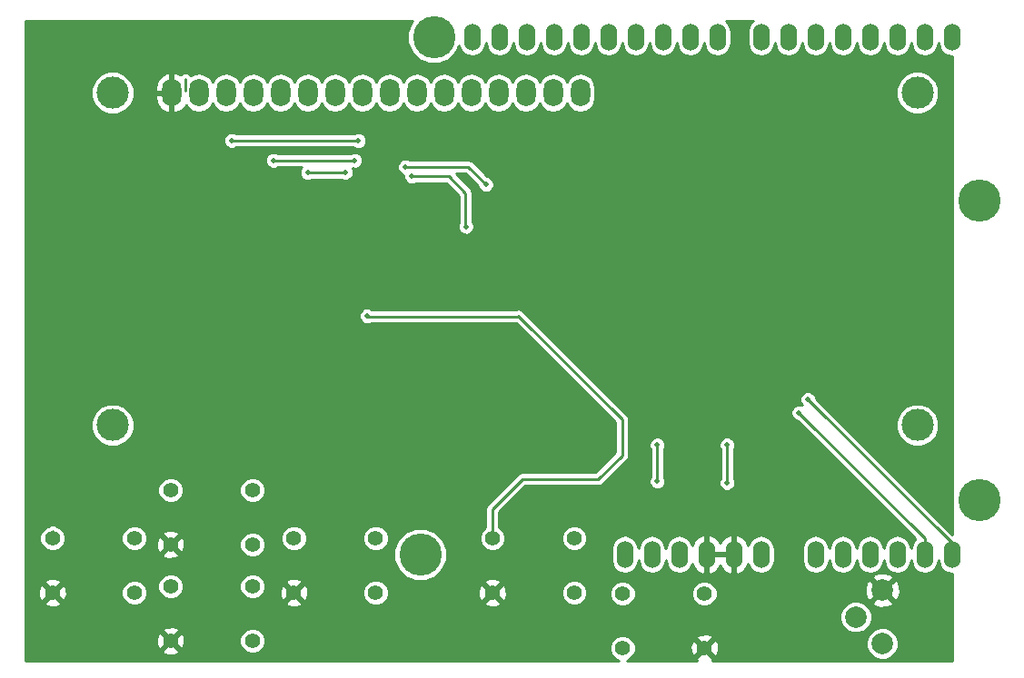
<source format=gtl>
%FSLAX34Y34*%
G04 Gerber Fmt 3.4, Leading zero omitted, Abs format*
G04 (created by PCBNEW (2014-05-22 BZR 4885)-product) date Tue 27 May 2014 09:52:33 PM EST*
%MOIN*%
G01*
G70*
G90*
G04 APERTURE LIST*
%ADD10C,0.003937*%
%ADD11C,0.078740*%
%ADD12O,0.060000X0.100000*%
%ADD13C,0.155000*%
%ADD14C,0.055000*%
%ADD15O,0.070866X0.102362*%
%ADD16C,0.118110*%
%ADD17C,0.020000*%
%ADD18C,0.010000*%
G04 APERTURE END LIST*
G54D10*
G54D11*
X76196Y-54250D03*
X77180Y-53265D03*
X77180Y-55234D03*
G54D12*
X79724Y-51952D03*
X78724Y-51952D03*
X77724Y-51952D03*
X74724Y-51952D03*
X75724Y-51952D03*
X76724Y-51952D03*
X72724Y-51952D03*
X71724Y-51952D03*
X70724Y-51952D03*
X68724Y-51952D03*
X67724Y-51952D03*
X79724Y-32952D03*
X78724Y-32952D03*
X77724Y-32952D03*
X76724Y-32952D03*
X75724Y-32952D03*
X74724Y-32952D03*
X73724Y-32952D03*
X72724Y-32952D03*
X71124Y-32952D03*
X70124Y-32952D03*
X69124Y-32952D03*
X68124Y-32952D03*
X67124Y-32952D03*
X66124Y-32952D03*
X65124Y-32952D03*
X64124Y-32952D03*
X69724Y-51952D03*
G54D13*
X80724Y-49952D03*
X80724Y-38952D03*
X60724Y-32952D03*
X60224Y-51952D03*
G54D12*
X63124Y-32952D03*
X62124Y-32952D03*
G54D14*
X49728Y-51362D03*
X49728Y-53362D03*
X46728Y-51362D03*
X46728Y-53362D03*
X54059Y-49590D03*
X54059Y-51590D03*
X51059Y-49590D03*
X51059Y-51590D03*
X54059Y-53133D03*
X54059Y-55133D03*
X51059Y-53133D03*
X51059Y-55133D03*
X58586Y-51362D03*
X58586Y-53362D03*
X55586Y-51362D03*
X55586Y-53362D03*
X65870Y-51362D03*
X65870Y-53362D03*
X62870Y-51362D03*
X62870Y-53362D03*
X67650Y-55400D03*
X67650Y-53400D03*
X70650Y-55400D03*
X70650Y-53400D03*
G54D15*
X51100Y-35000D03*
X52100Y-35000D03*
X53100Y-35000D03*
X54100Y-35000D03*
X55100Y-35000D03*
X56100Y-35000D03*
X57100Y-35000D03*
X58100Y-35000D03*
X59100Y-35000D03*
X60100Y-35000D03*
X61100Y-35000D03*
X62100Y-35000D03*
X63100Y-35000D03*
X64100Y-35000D03*
X65100Y-35000D03*
X66100Y-35000D03*
G54D16*
X48935Y-35000D03*
X48935Y-47205D03*
X78462Y-47205D03*
X78462Y-35000D03*
G54D17*
X71480Y-49320D03*
X71480Y-47940D03*
X68920Y-49270D03*
X68920Y-47940D03*
X53300Y-36750D03*
X57954Y-36764D03*
X57480Y-37920D03*
X56090Y-37930D03*
X57820Y-37480D03*
X54830Y-37480D03*
X58930Y-37950D03*
X59570Y-40740D03*
X59910Y-38070D03*
X61890Y-39910D03*
X74118Y-46750D03*
X58280Y-43200D03*
X62630Y-38370D03*
X59680Y-37720D03*
X74448Y-46266D03*
G54D18*
X71480Y-49320D02*
X71480Y-47940D01*
X68920Y-47940D02*
X68920Y-49270D01*
X51606Y-34940D02*
X51606Y-34503D01*
X57940Y-36750D02*
X53300Y-36750D01*
X57954Y-36764D02*
X57940Y-36750D01*
X56090Y-37930D02*
X57470Y-37930D01*
X57470Y-37930D02*
X57480Y-37920D01*
X57820Y-37480D02*
X54830Y-37480D01*
X61270Y-38070D02*
X59910Y-38070D01*
X61880Y-38680D02*
X61270Y-38070D01*
X61880Y-39900D02*
X61880Y-38680D01*
X61890Y-39910D02*
X61880Y-39900D01*
X74118Y-46750D02*
X78724Y-51356D01*
X78724Y-51356D02*
X78724Y-51952D01*
X63840Y-43210D02*
X58290Y-43210D01*
X58290Y-43210D02*
X58280Y-43200D01*
X62870Y-50279D02*
X63960Y-49190D01*
X63960Y-49190D02*
X66750Y-49190D01*
X66750Y-49190D02*
X67630Y-48310D01*
X67630Y-48310D02*
X67630Y-47000D01*
X67630Y-47000D02*
X63840Y-43210D01*
X63840Y-43210D02*
X63820Y-43190D01*
X62870Y-51362D02*
X62870Y-50279D01*
X46728Y-51362D02*
X46728Y-51103D01*
X62630Y-38370D02*
X61980Y-37720D01*
X61980Y-37720D02*
X59680Y-37720D01*
X79724Y-51542D02*
X79724Y-51952D01*
X74448Y-46266D02*
X79724Y-51542D01*
G36*
X79750Y-55850D02*
X77828Y-55850D01*
X77828Y-53369D01*
X77818Y-53113D01*
X77739Y-52921D01*
X77634Y-52882D01*
X77563Y-52953D01*
X77563Y-52811D01*
X77524Y-52706D01*
X77284Y-52617D01*
X77028Y-52627D01*
X76836Y-52706D01*
X76797Y-52811D01*
X77180Y-53195D01*
X77563Y-52811D01*
X77563Y-52953D01*
X77250Y-53265D01*
X77634Y-53648D01*
X77739Y-53609D01*
X77828Y-53369D01*
X77828Y-55850D01*
X77774Y-55850D01*
X77774Y-55116D01*
X77683Y-54898D01*
X77563Y-54777D01*
X77563Y-53719D01*
X77180Y-53336D01*
X77109Y-53407D01*
X77109Y-53265D01*
X76726Y-52882D01*
X76621Y-52921D01*
X76532Y-53161D01*
X76541Y-53417D01*
X76621Y-53609D01*
X76726Y-53648D01*
X77109Y-53265D01*
X77109Y-53407D01*
X76797Y-53719D01*
X76836Y-53824D01*
X77076Y-53913D01*
X77332Y-53904D01*
X77524Y-53824D01*
X77563Y-53719D01*
X77563Y-54777D01*
X77516Y-54731D01*
X77298Y-54640D01*
X77062Y-54640D01*
X76844Y-54730D01*
X76789Y-54785D01*
X76789Y-54132D01*
X76699Y-53914D01*
X76532Y-53746D01*
X76314Y-53656D01*
X76078Y-53656D01*
X75860Y-53746D01*
X75692Y-53913D01*
X75602Y-54131D01*
X75602Y-54367D01*
X75692Y-54585D01*
X75859Y-54753D01*
X76077Y-54843D01*
X76313Y-54843D01*
X76531Y-54753D01*
X76699Y-54586D01*
X76789Y-54368D01*
X76789Y-54132D01*
X76789Y-54785D01*
X76677Y-54897D01*
X76586Y-55115D01*
X76586Y-55351D01*
X76676Y-55570D01*
X76843Y-55737D01*
X77061Y-55827D01*
X77297Y-55828D01*
X77516Y-55737D01*
X77683Y-55570D01*
X77773Y-55352D01*
X77774Y-55116D01*
X77774Y-55850D01*
X73224Y-55850D01*
X73224Y-52166D01*
X73224Y-51739D01*
X73186Y-51547D01*
X73077Y-51385D01*
X72915Y-51277D01*
X72724Y-51239D01*
X72533Y-51277D01*
X72370Y-51385D01*
X72262Y-51547D01*
X72248Y-51616D01*
X72213Y-51496D01*
X72077Y-51328D01*
X71888Y-51225D01*
X71859Y-51219D01*
X71780Y-51264D01*
X71780Y-49260D01*
X71734Y-49150D01*
X71730Y-49145D01*
X71730Y-48114D01*
X71734Y-48110D01*
X71779Y-47999D01*
X71780Y-47880D01*
X71734Y-47770D01*
X71650Y-47685D01*
X71539Y-47640D01*
X71420Y-47639D01*
X71310Y-47685D01*
X71225Y-47769D01*
X71180Y-47880D01*
X71179Y-47999D01*
X71225Y-48109D01*
X71230Y-48114D01*
X71230Y-49145D01*
X71225Y-49149D01*
X71180Y-49260D01*
X71179Y-49379D01*
X71225Y-49489D01*
X71309Y-49574D01*
X71420Y-49619D01*
X71539Y-49620D01*
X71649Y-49574D01*
X71734Y-49490D01*
X71779Y-49379D01*
X71780Y-49260D01*
X71780Y-51264D01*
X71774Y-51267D01*
X71774Y-51902D01*
X71782Y-51902D01*
X71782Y-52002D01*
X71774Y-52002D01*
X71774Y-52637D01*
X71859Y-52685D01*
X71888Y-52680D01*
X72077Y-52577D01*
X72213Y-52409D01*
X72248Y-52289D01*
X72262Y-52357D01*
X72370Y-52520D01*
X72533Y-52628D01*
X72724Y-52666D01*
X72915Y-52628D01*
X73077Y-52520D01*
X73186Y-52357D01*
X73224Y-52166D01*
X73224Y-55850D01*
X71674Y-55850D01*
X71674Y-52637D01*
X71674Y-52002D01*
X71674Y-51902D01*
X71674Y-51267D01*
X71589Y-51219D01*
X71560Y-51225D01*
X71370Y-51328D01*
X71235Y-51496D01*
X71224Y-51533D01*
X71213Y-51496D01*
X71077Y-51328D01*
X70888Y-51225D01*
X70859Y-51219D01*
X70774Y-51267D01*
X70774Y-51902D01*
X71174Y-51902D01*
X71274Y-51902D01*
X71674Y-51902D01*
X71674Y-52002D01*
X71274Y-52002D01*
X71174Y-52002D01*
X70774Y-52002D01*
X70774Y-52637D01*
X70859Y-52685D01*
X70888Y-52680D01*
X71077Y-52577D01*
X71213Y-52409D01*
X71224Y-52372D01*
X71235Y-52409D01*
X71370Y-52577D01*
X71560Y-52680D01*
X71589Y-52685D01*
X71674Y-52637D01*
X71674Y-55850D01*
X71179Y-55850D01*
X71179Y-55475D01*
X71168Y-55267D01*
X71125Y-55162D01*
X71125Y-53305D01*
X71052Y-53131D01*
X70919Y-52997D01*
X70744Y-52925D01*
X70674Y-52925D01*
X70674Y-52637D01*
X70674Y-52002D01*
X70666Y-52002D01*
X70666Y-51902D01*
X70674Y-51902D01*
X70674Y-51267D01*
X70589Y-51219D01*
X70560Y-51225D01*
X70370Y-51328D01*
X70235Y-51496D01*
X70199Y-51616D01*
X70186Y-51547D01*
X70077Y-51385D01*
X69915Y-51277D01*
X69724Y-51239D01*
X69533Y-51277D01*
X69370Y-51385D01*
X69262Y-51547D01*
X69224Y-51739D01*
X69220Y-51717D01*
X69220Y-49210D01*
X69174Y-49100D01*
X69170Y-49095D01*
X69170Y-48114D01*
X69174Y-48110D01*
X69219Y-47999D01*
X69220Y-47880D01*
X69174Y-47770D01*
X69090Y-47685D01*
X68979Y-47640D01*
X68860Y-47639D01*
X68750Y-47685D01*
X68665Y-47769D01*
X68620Y-47880D01*
X68619Y-47999D01*
X68665Y-48109D01*
X68670Y-48114D01*
X68670Y-49095D01*
X68665Y-49099D01*
X68620Y-49210D01*
X68619Y-49329D01*
X68665Y-49439D01*
X68749Y-49524D01*
X68860Y-49569D01*
X68979Y-49570D01*
X69089Y-49524D01*
X69174Y-49440D01*
X69219Y-49329D01*
X69220Y-49210D01*
X69220Y-51717D01*
X69186Y-51547D01*
X69077Y-51385D01*
X68915Y-51277D01*
X68724Y-51239D01*
X68533Y-51277D01*
X68370Y-51385D01*
X68262Y-51547D01*
X68224Y-51739D01*
X68186Y-51547D01*
X68077Y-51385D01*
X67915Y-51277D01*
X67880Y-51269D01*
X67880Y-48310D01*
X67880Y-47000D01*
X67860Y-46904D01*
X67860Y-46904D01*
X67806Y-46823D01*
X66654Y-45670D01*
X66654Y-35171D01*
X66654Y-34828D01*
X66612Y-34616D01*
X66491Y-34436D01*
X66312Y-34316D01*
X66100Y-34274D01*
X65887Y-34316D01*
X65708Y-34436D01*
X65600Y-34598D01*
X65491Y-34436D01*
X65312Y-34316D01*
X65100Y-34274D01*
X64887Y-34316D01*
X64708Y-34436D01*
X64600Y-34598D01*
X64491Y-34436D01*
X64312Y-34316D01*
X64100Y-34274D01*
X63887Y-34316D01*
X63708Y-34436D01*
X63600Y-34598D01*
X63491Y-34436D01*
X63312Y-34316D01*
X63100Y-34274D01*
X62887Y-34316D01*
X62708Y-34436D01*
X62600Y-34598D01*
X62491Y-34436D01*
X62312Y-34316D01*
X62100Y-34274D01*
X61887Y-34316D01*
X61708Y-34436D01*
X61600Y-34598D01*
X61491Y-34436D01*
X61312Y-34316D01*
X61100Y-34274D01*
X60887Y-34316D01*
X60708Y-34436D01*
X60600Y-34598D01*
X60491Y-34436D01*
X60312Y-34316D01*
X60100Y-34274D01*
X59887Y-34316D01*
X59708Y-34436D01*
X59600Y-34598D01*
X59491Y-34436D01*
X59312Y-34316D01*
X59100Y-34274D01*
X58887Y-34316D01*
X58708Y-34436D01*
X58600Y-34598D01*
X58491Y-34436D01*
X58312Y-34316D01*
X58100Y-34274D01*
X57887Y-34316D01*
X57708Y-34436D01*
X57600Y-34598D01*
X57491Y-34436D01*
X57312Y-34316D01*
X57100Y-34274D01*
X56887Y-34316D01*
X56708Y-34436D01*
X56600Y-34598D01*
X56491Y-34436D01*
X56312Y-34316D01*
X56100Y-34274D01*
X55887Y-34316D01*
X55708Y-34436D01*
X55600Y-34598D01*
X55491Y-34436D01*
X55312Y-34316D01*
X55100Y-34274D01*
X54887Y-34316D01*
X54708Y-34436D01*
X54600Y-34598D01*
X54491Y-34436D01*
X54312Y-34316D01*
X54100Y-34274D01*
X53887Y-34316D01*
X53708Y-34436D01*
X53600Y-34598D01*
X53491Y-34436D01*
X53312Y-34316D01*
X53100Y-34274D01*
X52887Y-34316D01*
X52708Y-34436D01*
X52600Y-34598D01*
X52491Y-34436D01*
X52312Y-34316D01*
X52100Y-34274D01*
X51887Y-34316D01*
X51810Y-34368D01*
X51783Y-34326D01*
X51701Y-34272D01*
X51606Y-34253D01*
X51510Y-34272D01*
X51429Y-34326D01*
X51420Y-34340D01*
X51285Y-34265D01*
X51243Y-34255D01*
X51150Y-34303D01*
X51150Y-34950D01*
X51157Y-34950D01*
X51157Y-35050D01*
X51150Y-35050D01*
X51150Y-35696D01*
X51243Y-35744D01*
X51285Y-35734D01*
X51491Y-35620D01*
X51629Y-35446D01*
X51708Y-35563D01*
X51887Y-35683D01*
X52100Y-35725D01*
X52312Y-35683D01*
X52491Y-35563D01*
X52600Y-35401D01*
X52708Y-35563D01*
X52887Y-35683D01*
X53100Y-35725D01*
X53312Y-35683D01*
X53491Y-35563D01*
X53600Y-35401D01*
X53708Y-35563D01*
X53887Y-35683D01*
X54100Y-35725D01*
X54312Y-35683D01*
X54491Y-35563D01*
X54600Y-35401D01*
X54708Y-35563D01*
X54887Y-35683D01*
X55100Y-35725D01*
X55312Y-35683D01*
X55491Y-35563D01*
X55600Y-35401D01*
X55708Y-35563D01*
X55887Y-35683D01*
X56100Y-35725D01*
X56312Y-35683D01*
X56491Y-35563D01*
X56600Y-35401D01*
X56708Y-35563D01*
X56887Y-35683D01*
X57100Y-35725D01*
X57312Y-35683D01*
X57491Y-35563D01*
X57600Y-35401D01*
X57708Y-35563D01*
X57887Y-35683D01*
X58100Y-35725D01*
X58312Y-35683D01*
X58491Y-35563D01*
X58600Y-35401D01*
X58708Y-35563D01*
X58887Y-35683D01*
X59100Y-35725D01*
X59312Y-35683D01*
X59491Y-35563D01*
X59600Y-35401D01*
X59708Y-35563D01*
X59887Y-35683D01*
X60100Y-35725D01*
X60312Y-35683D01*
X60491Y-35563D01*
X60600Y-35401D01*
X60708Y-35563D01*
X60887Y-35683D01*
X61100Y-35725D01*
X61312Y-35683D01*
X61491Y-35563D01*
X61600Y-35401D01*
X61708Y-35563D01*
X61887Y-35683D01*
X62100Y-35725D01*
X62312Y-35683D01*
X62491Y-35563D01*
X62600Y-35401D01*
X62708Y-35563D01*
X62887Y-35683D01*
X63100Y-35725D01*
X63312Y-35683D01*
X63491Y-35563D01*
X63600Y-35401D01*
X63708Y-35563D01*
X63887Y-35683D01*
X64100Y-35725D01*
X64312Y-35683D01*
X64491Y-35563D01*
X64600Y-35401D01*
X64708Y-35563D01*
X64887Y-35683D01*
X65100Y-35725D01*
X65312Y-35683D01*
X65491Y-35563D01*
X65600Y-35401D01*
X65708Y-35563D01*
X65887Y-35683D01*
X66100Y-35725D01*
X66312Y-35683D01*
X66491Y-35563D01*
X66612Y-35383D01*
X66654Y-35171D01*
X66654Y-45670D01*
X64016Y-43033D01*
X63996Y-43013D01*
X63915Y-42959D01*
X63820Y-42940D01*
X63724Y-42959D01*
X63722Y-42960D01*
X62930Y-42960D01*
X62930Y-38310D01*
X62884Y-38200D01*
X62800Y-38115D01*
X62689Y-38070D01*
X62683Y-38070D01*
X62156Y-37543D01*
X62075Y-37489D01*
X61980Y-37470D01*
X59854Y-37470D01*
X59850Y-37465D01*
X59739Y-37420D01*
X59620Y-37419D01*
X59510Y-37465D01*
X59425Y-37549D01*
X59380Y-37660D01*
X59379Y-37779D01*
X59425Y-37889D01*
X59509Y-37974D01*
X59610Y-38015D01*
X59609Y-38129D01*
X59655Y-38239D01*
X59739Y-38324D01*
X59850Y-38369D01*
X59969Y-38370D01*
X60079Y-38324D01*
X60084Y-38320D01*
X61166Y-38320D01*
X61630Y-38783D01*
X61630Y-39753D01*
X61590Y-39850D01*
X61589Y-39969D01*
X61635Y-40079D01*
X61719Y-40164D01*
X61830Y-40209D01*
X61949Y-40210D01*
X62059Y-40164D01*
X62144Y-40080D01*
X62189Y-39969D01*
X62190Y-39850D01*
X62144Y-39740D01*
X62130Y-39725D01*
X62130Y-38680D01*
X62110Y-38584D01*
X62110Y-38584D01*
X62089Y-38551D01*
X62056Y-38503D01*
X62056Y-38503D01*
X61523Y-37970D01*
X61876Y-37970D01*
X62329Y-38423D01*
X62329Y-38429D01*
X62375Y-38539D01*
X62459Y-38624D01*
X62570Y-38669D01*
X62689Y-38670D01*
X62799Y-38624D01*
X62884Y-38540D01*
X62929Y-38429D01*
X62930Y-38310D01*
X62930Y-42960D01*
X58464Y-42960D01*
X58450Y-42945D01*
X58339Y-42900D01*
X58254Y-42899D01*
X58254Y-36704D01*
X58208Y-36594D01*
X58124Y-36509D01*
X58013Y-36464D01*
X57894Y-36463D01*
X57807Y-36500D01*
X53474Y-36500D01*
X53470Y-36495D01*
X53359Y-36450D01*
X53240Y-36449D01*
X53130Y-36495D01*
X53045Y-36579D01*
X53000Y-36690D01*
X52999Y-36809D01*
X53045Y-36919D01*
X53129Y-37004D01*
X53240Y-37049D01*
X53359Y-37050D01*
X53469Y-37004D01*
X53474Y-37000D01*
X57765Y-37000D01*
X57783Y-37018D01*
X57894Y-37063D01*
X58013Y-37064D01*
X58123Y-37018D01*
X58208Y-36934D01*
X58253Y-36823D01*
X58254Y-36704D01*
X58254Y-42899D01*
X58220Y-42899D01*
X58120Y-42941D01*
X58120Y-37420D01*
X58074Y-37310D01*
X57990Y-37225D01*
X57879Y-37180D01*
X57760Y-37179D01*
X57650Y-37225D01*
X57645Y-37230D01*
X55004Y-37230D01*
X55000Y-37225D01*
X54889Y-37180D01*
X54770Y-37179D01*
X54660Y-37225D01*
X54575Y-37309D01*
X54530Y-37420D01*
X54529Y-37539D01*
X54575Y-37649D01*
X54659Y-37734D01*
X54770Y-37779D01*
X54889Y-37780D01*
X54999Y-37734D01*
X55004Y-37730D01*
X55865Y-37730D01*
X55835Y-37759D01*
X55790Y-37870D01*
X55789Y-37989D01*
X55835Y-38099D01*
X55919Y-38184D01*
X56030Y-38229D01*
X56149Y-38230D01*
X56259Y-38184D01*
X56264Y-38180D01*
X57323Y-38180D01*
X57420Y-38219D01*
X57539Y-38220D01*
X57649Y-38174D01*
X57734Y-38090D01*
X57779Y-37979D01*
X57780Y-37860D01*
X57743Y-37773D01*
X57760Y-37779D01*
X57879Y-37780D01*
X57989Y-37734D01*
X58074Y-37650D01*
X58119Y-37539D01*
X58120Y-37420D01*
X58120Y-42941D01*
X58110Y-42945D01*
X58025Y-43029D01*
X57980Y-43140D01*
X57979Y-43259D01*
X58025Y-43369D01*
X58109Y-43454D01*
X58220Y-43499D01*
X58339Y-43500D01*
X58436Y-43460D01*
X63736Y-43460D01*
X67380Y-47103D01*
X67380Y-48206D01*
X66646Y-48940D01*
X63960Y-48940D01*
X63864Y-48959D01*
X63783Y-49013D01*
X62693Y-50103D01*
X62639Y-50184D01*
X62620Y-50279D01*
X62620Y-50951D01*
X62601Y-50959D01*
X62467Y-51092D01*
X62395Y-51267D01*
X62394Y-51456D01*
X62467Y-51630D01*
X62600Y-51764D01*
X62775Y-51837D01*
X62964Y-51837D01*
X63138Y-51765D01*
X63272Y-51631D01*
X63344Y-51457D01*
X63345Y-51268D01*
X63272Y-51093D01*
X63139Y-50959D01*
X63120Y-50951D01*
X63120Y-50383D01*
X64063Y-49440D01*
X66750Y-49440D01*
X66845Y-49420D01*
X66926Y-49366D01*
X67806Y-48486D01*
X67860Y-48405D01*
X67880Y-48310D01*
X67880Y-51269D01*
X67724Y-51239D01*
X67533Y-51277D01*
X67370Y-51385D01*
X67262Y-51547D01*
X67224Y-51739D01*
X67224Y-52166D01*
X67262Y-52357D01*
X67370Y-52520D01*
X67533Y-52628D01*
X67724Y-52666D01*
X67915Y-52628D01*
X68077Y-52520D01*
X68186Y-52357D01*
X68224Y-52166D01*
X68262Y-52357D01*
X68370Y-52520D01*
X68533Y-52628D01*
X68724Y-52666D01*
X68915Y-52628D01*
X69077Y-52520D01*
X69186Y-52357D01*
X69224Y-52166D01*
X69262Y-52357D01*
X69370Y-52520D01*
X69533Y-52628D01*
X69724Y-52666D01*
X69915Y-52628D01*
X70077Y-52520D01*
X70186Y-52357D01*
X70199Y-52289D01*
X70235Y-52409D01*
X70370Y-52577D01*
X70560Y-52680D01*
X70589Y-52685D01*
X70674Y-52637D01*
X70674Y-52925D01*
X70555Y-52924D01*
X70381Y-52997D01*
X70247Y-53130D01*
X70175Y-53305D01*
X70174Y-53494D01*
X70247Y-53668D01*
X70380Y-53802D01*
X70555Y-53874D01*
X70744Y-53875D01*
X70918Y-53802D01*
X71052Y-53669D01*
X71124Y-53494D01*
X71125Y-53305D01*
X71125Y-55162D01*
X71110Y-55127D01*
X71017Y-55102D01*
X70947Y-55173D01*
X70947Y-55032D01*
X70922Y-54939D01*
X70725Y-54870D01*
X70517Y-54881D01*
X70377Y-54939D01*
X70352Y-55032D01*
X70650Y-55329D01*
X70947Y-55032D01*
X70947Y-55173D01*
X70720Y-55400D01*
X71017Y-55697D01*
X71110Y-55672D01*
X71179Y-55475D01*
X71179Y-55850D01*
X70925Y-55850D01*
X70947Y-55767D01*
X70650Y-55470D01*
X70579Y-55541D01*
X70579Y-55400D01*
X70282Y-55102D01*
X70189Y-55127D01*
X70120Y-55324D01*
X70131Y-55532D01*
X70189Y-55672D01*
X70282Y-55697D01*
X70579Y-55400D01*
X70579Y-55541D01*
X70352Y-55767D01*
X70374Y-55850D01*
X67804Y-55850D01*
X67918Y-55802D01*
X68052Y-55669D01*
X68124Y-55494D01*
X68125Y-55305D01*
X68125Y-53305D01*
X68052Y-53131D01*
X67919Y-52997D01*
X67744Y-52925D01*
X67555Y-52924D01*
X67381Y-52997D01*
X67247Y-53130D01*
X67175Y-53305D01*
X67174Y-53494D01*
X67247Y-53668D01*
X67380Y-53802D01*
X67555Y-53874D01*
X67744Y-53875D01*
X67918Y-53802D01*
X68052Y-53669D01*
X68124Y-53494D01*
X68125Y-53305D01*
X68125Y-55305D01*
X68052Y-55131D01*
X67919Y-54997D01*
X67744Y-54925D01*
X67555Y-54924D01*
X67381Y-54997D01*
X67247Y-55130D01*
X67175Y-55305D01*
X67174Y-55494D01*
X67247Y-55668D01*
X67380Y-55802D01*
X67495Y-55850D01*
X66345Y-55850D01*
X66345Y-53268D01*
X66345Y-51268D01*
X66272Y-51093D01*
X66139Y-50959D01*
X65964Y-50887D01*
X65776Y-50887D01*
X65601Y-50959D01*
X65467Y-51092D01*
X65395Y-51267D01*
X65394Y-51456D01*
X65467Y-51630D01*
X65600Y-51764D01*
X65775Y-51837D01*
X65964Y-51837D01*
X66138Y-51765D01*
X66272Y-51631D01*
X66344Y-51457D01*
X66345Y-51268D01*
X66345Y-53268D01*
X66272Y-53093D01*
X66139Y-52959D01*
X65964Y-52887D01*
X65776Y-52887D01*
X65601Y-52959D01*
X65467Y-53092D01*
X65395Y-53267D01*
X65394Y-53456D01*
X65467Y-53630D01*
X65600Y-53764D01*
X65775Y-53837D01*
X65964Y-53837D01*
X66138Y-53765D01*
X66272Y-53631D01*
X66344Y-53457D01*
X66345Y-53268D01*
X66345Y-55850D01*
X63399Y-55850D01*
X63399Y-53438D01*
X63388Y-53229D01*
X63330Y-53089D01*
X63237Y-53065D01*
X63167Y-53135D01*
X63167Y-52994D01*
X63142Y-52901D01*
X62945Y-52832D01*
X62737Y-52843D01*
X62597Y-52901D01*
X62572Y-52994D01*
X62870Y-53291D01*
X63167Y-52994D01*
X63167Y-53135D01*
X62940Y-53362D01*
X63237Y-53659D01*
X63330Y-53635D01*
X63399Y-53438D01*
X63399Y-55850D01*
X63167Y-55850D01*
X63167Y-53729D01*
X62870Y-53432D01*
X62799Y-53503D01*
X62799Y-53362D01*
X62502Y-53065D01*
X62409Y-53089D01*
X62340Y-53286D01*
X62351Y-53494D01*
X62409Y-53635D01*
X62502Y-53659D01*
X62799Y-53362D01*
X62799Y-53503D01*
X62572Y-53729D01*
X62597Y-53822D01*
X62794Y-53892D01*
X63002Y-53880D01*
X63142Y-53822D01*
X63167Y-53729D01*
X63167Y-55850D01*
X61199Y-55850D01*
X61199Y-51759D01*
X61051Y-51401D01*
X60777Y-51126D01*
X60419Y-50977D01*
X60031Y-50977D01*
X59672Y-51125D01*
X59398Y-51399D01*
X59249Y-51757D01*
X59249Y-52145D01*
X59397Y-52504D01*
X59671Y-52778D01*
X60029Y-52927D01*
X60417Y-52927D01*
X60775Y-52779D01*
X61050Y-52505D01*
X61199Y-52147D01*
X61199Y-51759D01*
X61199Y-55850D01*
X59061Y-55850D01*
X59061Y-53268D01*
X59061Y-51268D01*
X58989Y-51093D01*
X58856Y-50959D01*
X58681Y-50887D01*
X58492Y-50887D01*
X58317Y-50959D01*
X58184Y-51092D01*
X58111Y-51267D01*
X58111Y-51456D01*
X58183Y-51630D01*
X58317Y-51764D01*
X58491Y-51837D01*
X58680Y-51837D01*
X58855Y-51765D01*
X58989Y-51631D01*
X59061Y-51457D01*
X59061Y-51268D01*
X59061Y-53268D01*
X58989Y-53093D01*
X58856Y-52959D01*
X58681Y-52887D01*
X58492Y-52887D01*
X58317Y-52959D01*
X58184Y-53092D01*
X58111Y-53267D01*
X58111Y-53456D01*
X58183Y-53630D01*
X58317Y-53764D01*
X58491Y-53837D01*
X58680Y-53837D01*
X58855Y-53765D01*
X58989Y-53631D01*
X59061Y-53457D01*
X59061Y-53268D01*
X59061Y-55850D01*
X56116Y-55850D01*
X56116Y-53438D01*
X56105Y-53229D01*
X56061Y-53124D01*
X56061Y-51268D01*
X55989Y-51093D01*
X55856Y-50959D01*
X55681Y-50887D01*
X55492Y-50887D01*
X55317Y-50959D01*
X55184Y-51092D01*
X55111Y-51267D01*
X55111Y-51456D01*
X55183Y-51630D01*
X55317Y-51764D01*
X55491Y-51837D01*
X55680Y-51837D01*
X55855Y-51765D01*
X55989Y-51631D01*
X56061Y-51457D01*
X56061Y-51268D01*
X56061Y-53124D01*
X56047Y-53089D01*
X55954Y-53065D01*
X55883Y-53135D01*
X55883Y-52994D01*
X55859Y-52901D01*
X55662Y-52832D01*
X55453Y-52843D01*
X55313Y-52901D01*
X55289Y-52994D01*
X55586Y-53291D01*
X55883Y-52994D01*
X55883Y-53135D01*
X55657Y-53362D01*
X55954Y-53659D01*
X56047Y-53635D01*
X56116Y-53438D01*
X56116Y-55850D01*
X55883Y-55850D01*
X55883Y-53729D01*
X55586Y-53432D01*
X55515Y-53503D01*
X55515Y-53362D01*
X55218Y-53065D01*
X55126Y-53089D01*
X55056Y-53286D01*
X55068Y-53494D01*
X55126Y-53635D01*
X55218Y-53659D01*
X55515Y-53362D01*
X55515Y-53503D01*
X55289Y-53729D01*
X55313Y-53822D01*
X55510Y-53892D01*
X55719Y-53880D01*
X55859Y-53822D01*
X55883Y-53729D01*
X55883Y-55850D01*
X54534Y-55850D01*
X54534Y-55039D01*
X54534Y-53039D01*
X54534Y-51496D01*
X54534Y-49496D01*
X54461Y-49321D01*
X54328Y-49188D01*
X54153Y-49115D01*
X53964Y-49115D01*
X53790Y-49187D01*
X53656Y-49321D01*
X53584Y-49495D01*
X53583Y-49684D01*
X53656Y-49859D01*
X53789Y-49993D01*
X53964Y-50065D01*
X54153Y-50065D01*
X54327Y-49993D01*
X54461Y-49859D01*
X54533Y-49685D01*
X54534Y-49496D01*
X54534Y-51496D01*
X54461Y-51321D01*
X54328Y-51188D01*
X54153Y-51115D01*
X53964Y-51115D01*
X53790Y-51187D01*
X53656Y-51321D01*
X53584Y-51495D01*
X53583Y-51684D01*
X53656Y-51859D01*
X53789Y-51993D01*
X53964Y-52065D01*
X54153Y-52065D01*
X54327Y-51993D01*
X54461Y-51859D01*
X54533Y-51685D01*
X54534Y-51496D01*
X54534Y-53039D01*
X54461Y-52865D01*
X54328Y-52731D01*
X54153Y-52658D01*
X53964Y-52658D01*
X53790Y-52730D01*
X53656Y-52864D01*
X53584Y-53038D01*
X53583Y-53227D01*
X53656Y-53402D01*
X53789Y-53536D01*
X53964Y-53608D01*
X54153Y-53608D01*
X54327Y-53536D01*
X54461Y-53403D01*
X54533Y-53228D01*
X54534Y-53039D01*
X54534Y-55039D01*
X54461Y-54865D01*
X54328Y-54731D01*
X54153Y-54658D01*
X53964Y-54658D01*
X53790Y-54730D01*
X53656Y-54864D01*
X53584Y-55038D01*
X53583Y-55227D01*
X53656Y-55402D01*
X53789Y-55536D01*
X53964Y-55608D01*
X54153Y-55608D01*
X54327Y-55536D01*
X54461Y-55403D01*
X54533Y-55228D01*
X54534Y-55039D01*
X54534Y-55850D01*
X51588Y-55850D01*
X51588Y-55209D01*
X51588Y-51666D01*
X51577Y-51457D01*
X51534Y-51352D01*
X51534Y-49496D01*
X51461Y-49321D01*
X51328Y-49188D01*
X51153Y-49115D01*
X51050Y-49115D01*
X51050Y-35696D01*
X51050Y-35050D01*
X51050Y-34950D01*
X51050Y-34303D01*
X50956Y-34255D01*
X50914Y-34265D01*
X50708Y-34379D01*
X50560Y-34565D01*
X50495Y-34792D01*
X50495Y-34950D01*
X51050Y-34950D01*
X51050Y-35050D01*
X50495Y-35050D01*
X50495Y-35207D01*
X50560Y-35434D01*
X50708Y-35620D01*
X50914Y-35734D01*
X50956Y-35744D01*
X51050Y-35696D01*
X51050Y-49115D01*
X50964Y-49115D01*
X50790Y-49187D01*
X50656Y-49321D01*
X50584Y-49495D01*
X50583Y-49684D01*
X50656Y-49859D01*
X50789Y-49993D01*
X50964Y-50065D01*
X51153Y-50065D01*
X51327Y-49993D01*
X51461Y-49859D01*
X51533Y-49685D01*
X51534Y-49496D01*
X51534Y-51352D01*
X51519Y-51317D01*
X51426Y-51293D01*
X51356Y-51364D01*
X51356Y-51222D01*
X51331Y-51130D01*
X51134Y-51060D01*
X50926Y-51071D01*
X50786Y-51130D01*
X50761Y-51222D01*
X51059Y-51519D01*
X51356Y-51222D01*
X51356Y-51364D01*
X51129Y-51590D01*
X51426Y-51887D01*
X51519Y-51863D01*
X51588Y-51666D01*
X51588Y-55209D01*
X51577Y-55001D01*
X51534Y-54896D01*
X51534Y-53039D01*
X51461Y-52865D01*
X51356Y-52759D01*
X51356Y-51958D01*
X51059Y-51661D01*
X50988Y-51731D01*
X50988Y-51590D01*
X50691Y-51293D01*
X50598Y-51317D01*
X50529Y-51514D01*
X50540Y-51723D01*
X50598Y-51863D01*
X50691Y-51887D01*
X50988Y-51590D01*
X50988Y-51731D01*
X50761Y-51958D01*
X50786Y-52051D01*
X50983Y-52120D01*
X51191Y-52109D01*
X51331Y-52051D01*
X51356Y-51958D01*
X51356Y-52759D01*
X51328Y-52731D01*
X51153Y-52658D01*
X50964Y-52658D01*
X50790Y-52730D01*
X50656Y-52864D01*
X50584Y-53038D01*
X50583Y-53227D01*
X50656Y-53402D01*
X50789Y-53536D01*
X50964Y-53608D01*
X51153Y-53608D01*
X51327Y-53536D01*
X51461Y-53403D01*
X51533Y-53228D01*
X51534Y-53039D01*
X51534Y-54896D01*
X51519Y-54861D01*
X51426Y-54836D01*
X51356Y-54907D01*
X51356Y-54766D01*
X51331Y-54673D01*
X51134Y-54603D01*
X50926Y-54615D01*
X50786Y-54673D01*
X50761Y-54766D01*
X51059Y-55063D01*
X51356Y-54766D01*
X51356Y-54907D01*
X51129Y-55133D01*
X51426Y-55430D01*
X51519Y-55406D01*
X51588Y-55209D01*
X51588Y-55850D01*
X51356Y-55850D01*
X51356Y-55501D01*
X51059Y-55204D01*
X50988Y-55275D01*
X50988Y-55133D01*
X50691Y-54836D01*
X50598Y-54861D01*
X50529Y-55058D01*
X50540Y-55266D01*
X50598Y-55406D01*
X50691Y-55430D01*
X50988Y-55133D01*
X50988Y-55275D01*
X50761Y-55501D01*
X50786Y-55594D01*
X50983Y-55663D01*
X51191Y-55652D01*
X51331Y-55594D01*
X51356Y-55501D01*
X51356Y-55850D01*
X50203Y-55850D01*
X50203Y-53268D01*
X50203Y-51268D01*
X50131Y-51093D01*
X49997Y-50959D01*
X49823Y-50887D01*
X49725Y-50887D01*
X49725Y-47048D01*
X49725Y-34843D01*
X49605Y-34552D01*
X49383Y-34330D01*
X49092Y-34209D01*
X48778Y-34209D01*
X48487Y-34329D01*
X48265Y-34551D01*
X48144Y-34842D01*
X48144Y-35156D01*
X48264Y-35447D01*
X48486Y-35669D01*
X48777Y-35790D01*
X49091Y-35790D01*
X49382Y-35670D01*
X49604Y-35448D01*
X49725Y-35157D01*
X49725Y-34843D01*
X49725Y-47048D01*
X49605Y-46757D01*
X49383Y-46535D01*
X49092Y-46414D01*
X48778Y-46414D01*
X48487Y-46534D01*
X48265Y-46756D01*
X48144Y-47047D01*
X48144Y-47361D01*
X48264Y-47652D01*
X48486Y-47874D01*
X48777Y-47995D01*
X49091Y-47995D01*
X49382Y-47875D01*
X49604Y-47653D01*
X49725Y-47362D01*
X49725Y-47048D01*
X49725Y-50887D01*
X49634Y-50887D01*
X49459Y-50959D01*
X49325Y-51092D01*
X49253Y-51267D01*
X49253Y-51456D01*
X49325Y-51630D01*
X49458Y-51764D01*
X49633Y-51837D01*
X49822Y-51837D01*
X49997Y-51765D01*
X50130Y-51631D01*
X50203Y-51457D01*
X50203Y-51268D01*
X50203Y-53268D01*
X50131Y-53093D01*
X49997Y-52959D01*
X49823Y-52887D01*
X49634Y-52887D01*
X49459Y-52959D01*
X49325Y-53092D01*
X49253Y-53267D01*
X49253Y-53456D01*
X49325Y-53630D01*
X49458Y-53764D01*
X49633Y-53837D01*
X49822Y-53837D01*
X49997Y-53765D01*
X50130Y-53631D01*
X50203Y-53457D01*
X50203Y-53268D01*
X50203Y-55850D01*
X47258Y-55850D01*
X47258Y-53438D01*
X47246Y-53229D01*
X47203Y-53124D01*
X47203Y-51268D01*
X47131Y-51093D01*
X46997Y-50959D01*
X46884Y-50912D01*
X46824Y-50872D01*
X46728Y-50853D01*
X46632Y-50872D01*
X46572Y-50912D01*
X46459Y-50959D01*
X46325Y-51092D01*
X46253Y-51267D01*
X46253Y-51456D01*
X46325Y-51630D01*
X46458Y-51764D01*
X46633Y-51837D01*
X46822Y-51837D01*
X46997Y-51765D01*
X47130Y-51631D01*
X47203Y-51457D01*
X47203Y-51268D01*
X47203Y-53124D01*
X47188Y-53089D01*
X47096Y-53065D01*
X47025Y-53135D01*
X47025Y-52994D01*
X47001Y-52901D01*
X46804Y-52832D01*
X46595Y-52843D01*
X46455Y-52901D01*
X46431Y-52994D01*
X46728Y-53291D01*
X47025Y-52994D01*
X47025Y-53135D01*
X46799Y-53362D01*
X47096Y-53659D01*
X47188Y-53635D01*
X47258Y-53438D01*
X47258Y-55850D01*
X47025Y-55850D01*
X47025Y-53729D01*
X46728Y-53432D01*
X46657Y-53503D01*
X46657Y-53362D01*
X46360Y-53065D01*
X46267Y-53089D01*
X46198Y-53286D01*
X46209Y-53494D01*
X46267Y-53635D01*
X46360Y-53659D01*
X46657Y-53362D01*
X46657Y-53503D01*
X46431Y-53729D01*
X46455Y-53822D01*
X46652Y-53892D01*
X46861Y-53880D01*
X47001Y-53822D01*
X47025Y-53729D01*
X47025Y-55850D01*
X45750Y-55850D01*
X45750Y-32350D01*
X59948Y-32350D01*
X59898Y-32399D01*
X59749Y-32757D01*
X59749Y-33145D01*
X59897Y-33504D01*
X60171Y-33778D01*
X60529Y-33927D01*
X60917Y-33927D01*
X61275Y-33779D01*
X61550Y-33505D01*
X61646Y-33275D01*
X61662Y-33357D01*
X61770Y-33520D01*
X61933Y-33628D01*
X62124Y-33666D01*
X62315Y-33628D01*
X62477Y-33520D01*
X62586Y-33357D01*
X62624Y-33166D01*
X62662Y-33357D01*
X62770Y-33520D01*
X62933Y-33628D01*
X63124Y-33666D01*
X63315Y-33628D01*
X63477Y-33520D01*
X63586Y-33357D01*
X63624Y-33166D01*
X63662Y-33357D01*
X63770Y-33520D01*
X63933Y-33628D01*
X64124Y-33666D01*
X64315Y-33628D01*
X64477Y-33520D01*
X64586Y-33357D01*
X64624Y-33166D01*
X64662Y-33357D01*
X64770Y-33520D01*
X64933Y-33628D01*
X65124Y-33666D01*
X65315Y-33628D01*
X65477Y-33520D01*
X65586Y-33357D01*
X65624Y-33166D01*
X65662Y-33357D01*
X65770Y-33520D01*
X65933Y-33628D01*
X66124Y-33666D01*
X66315Y-33628D01*
X66477Y-33520D01*
X66586Y-33357D01*
X66624Y-33166D01*
X66662Y-33357D01*
X66770Y-33520D01*
X66933Y-33628D01*
X67124Y-33666D01*
X67315Y-33628D01*
X67477Y-33520D01*
X67586Y-33357D01*
X67624Y-33166D01*
X67662Y-33357D01*
X67770Y-33520D01*
X67933Y-33628D01*
X68124Y-33666D01*
X68315Y-33628D01*
X68477Y-33520D01*
X68586Y-33357D01*
X68624Y-33166D01*
X68662Y-33357D01*
X68770Y-33520D01*
X68933Y-33628D01*
X69124Y-33666D01*
X69315Y-33628D01*
X69477Y-33520D01*
X69586Y-33357D01*
X69624Y-33166D01*
X69662Y-33357D01*
X69770Y-33520D01*
X69933Y-33628D01*
X70124Y-33666D01*
X70315Y-33628D01*
X70477Y-33520D01*
X70586Y-33357D01*
X70624Y-33166D01*
X70662Y-33357D01*
X70770Y-33520D01*
X70933Y-33628D01*
X71124Y-33666D01*
X71315Y-33628D01*
X71477Y-33520D01*
X71586Y-33357D01*
X71624Y-33166D01*
X71624Y-32739D01*
X71586Y-32547D01*
X71477Y-32385D01*
X71424Y-32350D01*
X72423Y-32350D01*
X72370Y-32385D01*
X72262Y-32547D01*
X72224Y-32739D01*
X72224Y-33166D01*
X72262Y-33357D01*
X72370Y-33520D01*
X72533Y-33628D01*
X72724Y-33666D01*
X72915Y-33628D01*
X73077Y-33520D01*
X73186Y-33357D01*
X73224Y-33166D01*
X73262Y-33357D01*
X73370Y-33520D01*
X73533Y-33628D01*
X73724Y-33666D01*
X73915Y-33628D01*
X74077Y-33520D01*
X74186Y-33357D01*
X74224Y-33166D01*
X74262Y-33357D01*
X74370Y-33520D01*
X74533Y-33628D01*
X74724Y-33666D01*
X74915Y-33628D01*
X75077Y-33520D01*
X75186Y-33357D01*
X75224Y-33166D01*
X75262Y-33357D01*
X75370Y-33520D01*
X75533Y-33628D01*
X75724Y-33666D01*
X75915Y-33628D01*
X76077Y-33520D01*
X76186Y-33357D01*
X76224Y-33166D01*
X76262Y-33357D01*
X76370Y-33520D01*
X76533Y-33628D01*
X76724Y-33666D01*
X76915Y-33628D01*
X77077Y-33520D01*
X77186Y-33357D01*
X77224Y-33166D01*
X77262Y-33357D01*
X77370Y-33520D01*
X77533Y-33628D01*
X77724Y-33666D01*
X77915Y-33628D01*
X78077Y-33520D01*
X78186Y-33357D01*
X78224Y-33166D01*
X78262Y-33357D01*
X78370Y-33520D01*
X78533Y-33628D01*
X78724Y-33666D01*
X78915Y-33628D01*
X79077Y-33520D01*
X79186Y-33357D01*
X79224Y-33166D01*
X79262Y-33357D01*
X79370Y-33520D01*
X79533Y-33628D01*
X79724Y-33666D01*
X79750Y-33661D01*
X79750Y-38756D01*
X79749Y-38757D01*
X79749Y-39145D01*
X79750Y-39147D01*
X79750Y-49756D01*
X79749Y-49757D01*
X79749Y-50145D01*
X79750Y-50147D01*
X79750Y-51214D01*
X79252Y-50717D01*
X79252Y-47048D01*
X79252Y-34843D01*
X79132Y-34552D01*
X78910Y-34330D01*
X78619Y-34209D01*
X78305Y-34209D01*
X78014Y-34329D01*
X77792Y-34551D01*
X77671Y-34842D01*
X77671Y-35156D01*
X77791Y-35447D01*
X78013Y-35669D01*
X78304Y-35790D01*
X78618Y-35790D01*
X78909Y-35670D01*
X79131Y-35448D01*
X79252Y-35157D01*
X79252Y-34843D01*
X79252Y-47048D01*
X79132Y-46757D01*
X78910Y-46535D01*
X78619Y-46414D01*
X78305Y-46414D01*
X78014Y-46534D01*
X77792Y-46756D01*
X77671Y-47047D01*
X77671Y-47361D01*
X77791Y-47652D01*
X78013Y-47874D01*
X78304Y-47995D01*
X78618Y-47995D01*
X78909Y-47875D01*
X79131Y-47653D01*
X79252Y-47362D01*
X79252Y-47048D01*
X79252Y-50717D01*
X74748Y-46212D01*
X74748Y-46206D01*
X74702Y-46096D01*
X74618Y-46011D01*
X74507Y-45966D01*
X74388Y-45965D01*
X74278Y-46011D01*
X74193Y-46095D01*
X74148Y-46206D01*
X74147Y-46325D01*
X74193Y-46435D01*
X74229Y-46471D01*
X74177Y-46450D01*
X74058Y-46449D01*
X73948Y-46495D01*
X73863Y-46579D01*
X73818Y-46690D01*
X73817Y-46809D01*
X73863Y-46919D01*
X73947Y-47004D01*
X74058Y-47049D01*
X74064Y-47049D01*
X78388Y-51373D01*
X78370Y-51385D01*
X78262Y-51547D01*
X78224Y-51739D01*
X78186Y-51547D01*
X78077Y-51385D01*
X77915Y-51277D01*
X77724Y-51239D01*
X77533Y-51277D01*
X77370Y-51385D01*
X77262Y-51547D01*
X77224Y-51739D01*
X77186Y-51547D01*
X77077Y-51385D01*
X76915Y-51277D01*
X76724Y-51239D01*
X76533Y-51277D01*
X76370Y-51385D01*
X76262Y-51547D01*
X76224Y-51739D01*
X76186Y-51547D01*
X76077Y-51385D01*
X75915Y-51277D01*
X75724Y-51239D01*
X75533Y-51277D01*
X75370Y-51385D01*
X75262Y-51547D01*
X75224Y-51739D01*
X75186Y-51547D01*
X75077Y-51385D01*
X74915Y-51277D01*
X74724Y-51239D01*
X74533Y-51277D01*
X74370Y-51385D01*
X74262Y-51547D01*
X74224Y-51739D01*
X74224Y-52166D01*
X74262Y-52357D01*
X74370Y-52520D01*
X74533Y-52628D01*
X74724Y-52666D01*
X74915Y-52628D01*
X75077Y-52520D01*
X75186Y-52357D01*
X75224Y-52166D01*
X75262Y-52357D01*
X75370Y-52520D01*
X75533Y-52628D01*
X75724Y-52666D01*
X75915Y-52628D01*
X76077Y-52520D01*
X76186Y-52357D01*
X76224Y-52166D01*
X76262Y-52357D01*
X76370Y-52520D01*
X76533Y-52628D01*
X76724Y-52666D01*
X76915Y-52628D01*
X77077Y-52520D01*
X77186Y-52357D01*
X77224Y-52166D01*
X77262Y-52357D01*
X77370Y-52520D01*
X77533Y-52628D01*
X77724Y-52666D01*
X77915Y-52628D01*
X78077Y-52520D01*
X78186Y-52357D01*
X78224Y-52166D01*
X78262Y-52357D01*
X78370Y-52520D01*
X78533Y-52628D01*
X78724Y-52666D01*
X78915Y-52628D01*
X79077Y-52520D01*
X79186Y-52357D01*
X79224Y-52166D01*
X79262Y-52357D01*
X79370Y-52520D01*
X79533Y-52628D01*
X79724Y-52666D01*
X79750Y-52661D01*
X79750Y-55850D01*
X79750Y-55850D01*
G37*
X79750Y-55850D02*
X77828Y-55850D01*
X77828Y-53369D01*
X77818Y-53113D01*
X77739Y-52921D01*
X77634Y-52882D01*
X77563Y-52953D01*
X77563Y-52811D01*
X77524Y-52706D01*
X77284Y-52617D01*
X77028Y-52627D01*
X76836Y-52706D01*
X76797Y-52811D01*
X77180Y-53195D01*
X77563Y-52811D01*
X77563Y-52953D01*
X77250Y-53265D01*
X77634Y-53648D01*
X77739Y-53609D01*
X77828Y-53369D01*
X77828Y-55850D01*
X77774Y-55850D01*
X77774Y-55116D01*
X77683Y-54898D01*
X77563Y-54777D01*
X77563Y-53719D01*
X77180Y-53336D01*
X77109Y-53407D01*
X77109Y-53265D01*
X76726Y-52882D01*
X76621Y-52921D01*
X76532Y-53161D01*
X76541Y-53417D01*
X76621Y-53609D01*
X76726Y-53648D01*
X77109Y-53265D01*
X77109Y-53407D01*
X76797Y-53719D01*
X76836Y-53824D01*
X77076Y-53913D01*
X77332Y-53904D01*
X77524Y-53824D01*
X77563Y-53719D01*
X77563Y-54777D01*
X77516Y-54731D01*
X77298Y-54640D01*
X77062Y-54640D01*
X76844Y-54730D01*
X76789Y-54785D01*
X76789Y-54132D01*
X76699Y-53914D01*
X76532Y-53746D01*
X76314Y-53656D01*
X76078Y-53656D01*
X75860Y-53746D01*
X75692Y-53913D01*
X75602Y-54131D01*
X75602Y-54367D01*
X75692Y-54585D01*
X75859Y-54753D01*
X76077Y-54843D01*
X76313Y-54843D01*
X76531Y-54753D01*
X76699Y-54586D01*
X76789Y-54368D01*
X76789Y-54132D01*
X76789Y-54785D01*
X76677Y-54897D01*
X76586Y-55115D01*
X76586Y-55351D01*
X76676Y-55570D01*
X76843Y-55737D01*
X77061Y-55827D01*
X77297Y-55828D01*
X77516Y-55737D01*
X77683Y-55570D01*
X77773Y-55352D01*
X77774Y-55116D01*
X77774Y-55850D01*
X73224Y-55850D01*
X73224Y-52166D01*
X73224Y-51739D01*
X73186Y-51547D01*
X73077Y-51385D01*
X72915Y-51277D01*
X72724Y-51239D01*
X72533Y-51277D01*
X72370Y-51385D01*
X72262Y-51547D01*
X72248Y-51616D01*
X72213Y-51496D01*
X72077Y-51328D01*
X71888Y-51225D01*
X71859Y-51219D01*
X71780Y-51264D01*
X71780Y-49260D01*
X71734Y-49150D01*
X71730Y-49145D01*
X71730Y-48114D01*
X71734Y-48110D01*
X71779Y-47999D01*
X71780Y-47880D01*
X71734Y-47770D01*
X71650Y-47685D01*
X71539Y-47640D01*
X71420Y-47639D01*
X71310Y-47685D01*
X71225Y-47769D01*
X71180Y-47880D01*
X71179Y-47999D01*
X71225Y-48109D01*
X71230Y-48114D01*
X71230Y-49145D01*
X71225Y-49149D01*
X71180Y-49260D01*
X71179Y-49379D01*
X71225Y-49489D01*
X71309Y-49574D01*
X71420Y-49619D01*
X71539Y-49620D01*
X71649Y-49574D01*
X71734Y-49490D01*
X71779Y-49379D01*
X71780Y-49260D01*
X71780Y-51264D01*
X71774Y-51267D01*
X71774Y-51902D01*
X71782Y-51902D01*
X71782Y-52002D01*
X71774Y-52002D01*
X71774Y-52637D01*
X71859Y-52685D01*
X71888Y-52680D01*
X72077Y-52577D01*
X72213Y-52409D01*
X72248Y-52289D01*
X72262Y-52357D01*
X72370Y-52520D01*
X72533Y-52628D01*
X72724Y-52666D01*
X72915Y-52628D01*
X73077Y-52520D01*
X73186Y-52357D01*
X73224Y-52166D01*
X73224Y-55850D01*
X71674Y-55850D01*
X71674Y-52637D01*
X71674Y-52002D01*
X71674Y-51902D01*
X71674Y-51267D01*
X71589Y-51219D01*
X71560Y-51225D01*
X71370Y-51328D01*
X71235Y-51496D01*
X71224Y-51533D01*
X71213Y-51496D01*
X71077Y-51328D01*
X70888Y-51225D01*
X70859Y-51219D01*
X70774Y-51267D01*
X70774Y-51902D01*
X71174Y-51902D01*
X71274Y-51902D01*
X71674Y-51902D01*
X71674Y-52002D01*
X71274Y-52002D01*
X71174Y-52002D01*
X70774Y-52002D01*
X70774Y-52637D01*
X70859Y-52685D01*
X70888Y-52680D01*
X71077Y-52577D01*
X71213Y-52409D01*
X71224Y-52372D01*
X71235Y-52409D01*
X71370Y-52577D01*
X71560Y-52680D01*
X71589Y-52685D01*
X71674Y-52637D01*
X71674Y-55850D01*
X71179Y-55850D01*
X71179Y-55475D01*
X71168Y-55267D01*
X71125Y-55162D01*
X71125Y-53305D01*
X71052Y-53131D01*
X70919Y-52997D01*
X70744Y-52925D01*
X70674Y-52925D01*
X70674Y-52637D01*
X70674Y-52002D01*
X70666Y-52002D01*
X70666Y-51902D01*
X70674Y-51902D01*
X70674Y-51267D01*
X70589Y-51219D01*
X70560Y-51225D01*
X70370Y-51328D01*
X70235Y-51496D01*
X70199Y-51616D01*
X70186Y-51547D01*
X70077Y-51385D01*
X69915Y-51277D01*
X69724Y-51239D01*
X69533Y-51277D01*
X69370Y-51385D01*
X69262Y-51547D01*
X69224Y-51739D01*
X69220Y-51717D01*
X69220Y-49210D01*
X69174Y-49100D01*
X69170Y-49095D01*
X69170Y-48114D01*
X69174Y-48110D01*
X69219Y-47999D01*
X69220Y-47880D01*
X69174Y-47770D01*
X69090Y-47685D01*
X68979Y-47640D01*
X68860Y-47639D01*
X68750Y-47685D01*
X68665Y-47769D01*
X68620Y-47880D01*
X68619Y-47999D01*
X68665Y-48109D01*
X68670Y-48114D01*
X68670Y-49095D01*
X68665Y-49099D01*
X68620Y-49210D01*
X68619Y-49329D01*
X68665Y-49439D01*
X68749Y-49524D01*
X68860Y-49569D01*
X68979Y-49570D01*
X69089Y-49524D01*
X69174Y-49440D01*
X69219Y-49329D01*
X69220Y-49210D01*
X69220Y-51717D01*
X69186Y-51547D01*
X69077Y-51385D01*
X68915Y-51277D01*
X68724Y-51239D01*
X68533Y-51277D01*
X68370Y-51385D01*
X68262Y-51547D01*
X68224Y-51739D01*
X68186Y-51547D01*
X68077Y-51385D01*
X67915Y-51277D01*
X67880Y-51269D01*
X67880Y-48310D01*
X67880Y-47000D01*
X67860Y-46904D01*
X67860Y-46904D01*
X67806Y-46823D01*
X66654Y-45670D01*
X66654Y-35171D01*
X66654Y-34828D01*
X66612Y-34616D01*
X66491Y-34436D01*
X66312Y-34316D01*
X66100Y-34274D01*
X65887Y-34316D01*
X65708Y-34436D01*
X65600Y-34598D01*
X65491Y-34436D01*
X65312Y-34316D01*
X65100Y-34274D01*
X64887Y-34316D01*
X64708Y-34436D01*
X64600Y-34598D01*
X64491Y-34436D01*
X64312Y-34316D01*
X64100Y-34274D01*
X63887Y-34316D01*
X63708Y-34436D01*
X63600Y-34598D01*
X63491Y-34436D01*
X63312Y-34316D01*
X63100Y-34274D01*
X62887Y-34316D01*
X62708Y-34436D01*
X62600Y-34598D01*
X62491Y-34436D01*
X62312Y-34316D01*
X62100Y-34274D01*
X61887Y-34316D01*
X61708Y-34436D01*
X61600Y-34598D01*
X61491Y-34436D01*
X61312Y-34316D01*
X61100Y-34274D01*
X60887Y-34316D01*
X60708Y-34436D01*
X60600Y-34598D01*
X60491Y-34436D01*
X60312Y-34316D01*
X60100Y-34274D01*
X59887Y-34316D01*
X59708Y-34436D01*
X59600Y-34598D01*
X59491Y-34436D01*
X59312Y-34316D01*
X59100Y-34274D01*
X58887Y-34316D01*
X58708Y-34436D01*
X58600Y-34598D01*
X58491Y-34436D01*
X58312Y-34316D01*
X58100Y-34274D01*
X57887Y-34316D01*
X57708Y-34436D01*
X57600Y-34598D01*
X57491Y-34436D01*
X57312Y-34316D01*
X57100Y-34274D01*
X56887Y-34316D01*
X56708Y-34436D01*
X56600Y-34598D01*
X56491Y-34436D01*
X56312Y-34316D01*
X56100Y-34274D01*
X55887Y-34316D01*
X55708Y-34436D01*
X55600Y-34598D01*
X55491Y-34436D01*
X55312Y-34316D01*
X55100Y-34274D01*
X54887Y-34316D01*
X54708Y-34436D01*
X54600Y-34598D01*
X54491Y-34436D01*
X54312Y-34316D01*
X54100Y-34274D01*
X53887Y-34316D01*
X53708Y-34436D01*
X53600Y-34598D01*
X53491Y-34436D01*
X53312Y-34316D01*
X53100Y-34274D01*
X52887Y-34316D01*
X52708Y-34436D01*
X52600Y-34598D01*
X52491Y-34436D01*
X52312Y-34316D01*
X52100Y-34274D01*
X51887Y-34316D01*
X51810Y-34368D01*
X51783Y-34326D01*
X51701Y-34272D01*
X51606Y-34253D01*
X51510Y-34272D01*
X51429Y-34326D01*
X51420Y-34340D01*
X51285Y-34265D01*
X51243Y-34255D01*
X51150Y-34303D01*
X51150Y-34950D01*
X51157Y-34950D01*
X51157Y-35050D01*
X51150Y-35050D01*
X51150Y-35696D01*
X51243Y-35744D01*
X51285Y-35734D01*
X51491Y-35620D01*
X51629Y-35446D01*
X51708Y-35563D01*
X51887Y-35683D01*
X52100Y-35725D01*
X52312Y-35683D01*
X52491Y-35563D01*
X52600Y-35401D01*
X52708Y-35563D01*
X52887Y-35683D01*
X53100Y-35725D01*
X53312Y-35683D01*
X53491Y-35563D01*
X53600Y-35401D01*
X53708Y-35563D01*
X53887Y-35683D01*
X54100Y-35725D01*
X54312Y-35683D01*
X54491Y-35563D01*
X54600Y-35401D01*
X54708Y-35563D01*
X54887Y-35683D01*
X55100Y-35725D01*
X55312Y-35683D01*
X55491Y-35563D01*
X55600Y-35401D01*
X55708Y-35563D01*
X55887Y-35683D01*
X56100Y-35725D01*
X56312Y-35683D01*
X56491Y-35563D01*
X56600Y-35401D01*
X56708Y-35563D01*
X56887Y-35683D01*
X57100Y-35725D01*
X57312Y-35683D01*
X57491Y-35563D01*
X57600Y-35401D01*
X57708Y-35563D01*
X57887Y-35683D01*
X58100Y-35725D01*
X58312Y-35683D01*
X58491Y-35563D01*
X58600Y-35401D01*
X58708Y-35563D01*
X58887Y-35683D01*
X59100Y-35725D01*
X59312Y-35683D01*
X59491Y-35563D01*
X59600Y-35401D01*
X59708Y-35563D01*
X59887Y-35683D01*
X60100Y-35725D01*
X60312Y-35683D01*
X60491Y-35563D01*
X60600Y-35401D01*
X60708Y-35563D01*
X60887Y-35683D01*
X61100Y-35725D01*
X61312Y-35683D01*
X61491Y-35563D01*
X61600Y-35401D01*
X61708Y-35563D01*
X61887Y-35683D01*
X62100Y-35725D01*
X62312Y-35683D01*
X62491Y-35563D01*
X62600Y-35401D01*
X62708Y-35563D01*
X62887Y-35683D01*
X63100Y-35725D01*
X63312Y-35683D01*
X63491Y-35563D01*
X63600Y-35401D01*
X63708Y-35563D01*
X63887Y-35683D01*
X64100Y-35725D01*
X64312Y-35683D01*
X64491Y-35563D01*
X64600Y-35401D01*
X64708Y-35563D01*
X64887Y-35683D01*
X65100Y-35725D01*
X65312Y-35683D01*
X65491Y-35563D01*
X65600Y-35401D01*
X65708Y-35563D01*
X65887Y-35683D01*
X66100Y-35725D01*
X66312Y-35683D01*
X66491Y-35563D01*
X66612Y-35383D01*
X66654Y-35171D01*
X66654Y-45670D01*
X64016Y-43033D01*
X63996Y-43013D01*
X63915Y-42959D01*
X63820Y-42940D01*
X63724Y-42959D01*
X63722Y-42960D01*
X62930Y-42960D01*
X62930Y-38310D01*
X62884Y-38200D01*
X62800Y-38115D01*
X62689Y-38070D01*
X62683Y-38070D01*
X62156Y-37543D01*
X62075Y-37489D01*
X61980Y-37470D01*
X59854Y-37470D01*
X59850Y-37465D01*
X59739Y-37420D01*
X59620Y-37419D01*
X59510Y-37465D01*
X59425Y-37549D01*
X59380Y-37660D01*
X59379Y-37779D01*
X59425Y-37889D01*
X59509Y-37974D01*
X59610Y-38015D01*
X59609Y-38129D01*
X59655Y-38239D01*
X59739Y-38324D01*
X59850Y-38369D01*
X59969Y-38370D01*
X60079Y-38324D01*
X60084Y-38320D01*
X61166Y-38320D01*
X61630Y-38783D01*
X61630Y-39753D01*
X61590Y-39850D01*
X61589Y-39969D01*
X61635Y-40079D01*
X61719Y-40164D01*
X61830Y-40209D01*
X61949Y-40210D01*
X62059Y-40164D01*
X62144Y-40080D01*
X62189Y-39969D01*
X62190Y-39850D01*
X62144Y-39740D01*
X62130Y-39725D01*
X62130Y-38680D01*
X62110Y-38584D01*
X62110Y-38584D01*
X62089Y-38551D01*
X62056Y-38503D01*
X62056Y-38503D01*
X61523Y-37970D01*
X61876Y-37970D01*
X62329Y-38423D01*
X62329Y-38429D01*
X62375Y-38539D01*
X62459Y-38624D01*
X62570Y-38669D01*
X62689Y-38670D01*
X62799Y-38624D01*
X62884Y-38540D01*
X62929Y-38429D01*
X62930Y-38310D01*
X62930Y-42960D01*
X58464Y-42960D01*
X58450Y-42945D01*
X58339Y-42900D01*
X58254Y-42899D01*
X58254Y-36704D01*
X58208Y-36594D01*
X58124Y-36509D01*
X58013Y-36464D01*
X57894Y-36463D01*
X57807Y-36500D01*
X53474Y-36500D01*
X53470Y-36495D01*
X53359Y-36450D01*
X53240Y-36449D01*
X53130Y-36495D01*
X53045Y-36579D01*
X53000Y-36690D01*
X52999Y-36809D01*
X53045Y-36919D01*
X53129Y-37004D01*
X53240Y-37049D01*
X53359Y-37050D01*
X53469Y-37004D01*
X53474Y-37000D01*
X57765Y-37000D01*
X57783Y-37018D01*
X57894Y-37063D01*
X58013Y-37064D01*
X58123Y-37018D01*
X58208Y-36934D01*
X58253Y-36823D01*
X58254Y-36704D01*
X58254Y-42899D01*
X58220Y-42899D01*
X58120Y-42941D01*
X58120Y-37420D01*
X58074Y-37310D01*
X57990Y-37225D01*
X57879Y-37180D01*
X57760Y-37179D01*
X57650Y-37225D01*
X57645Y-37230D01*
X55004Y-37230D01*
X55000Y-37225D01*
X54889Y-37180D01*
X54770Y-37179D01*
X54660Y-37225D01*
X54575Y-37309D01*
X54530Y-37420D01*
X54529Y-37539D01*
X54575Y-37649D01*
X54659Y-37734D01*
X54770Y-37779D01*
X54889Y-37780D01*
X54999Y-37734D01*
X55004Y-37730D01*
X55865Y-37730D01*
X55835Y-37759D01*
X55790Y-37870D01*
X55789Y-37989D01*
X55835Y-38099D01*
X55919Y-38184D01*
X56030Y-38229D01*
X56149Y-38230D01*
X56259Y-38184D01*
X56264Y-38180D01*
X57323Y-38180D01*
X57420Y-38219D01*
X57539Y-38220D01*
X57649Y-38174D01*
X57734Y-38090D01*
X57779Y-37979D01*
X57780Y-37860D01*
X57743Y-37773D01*
X57760Y-37779D01*
X57879Y-37780D01*
X57989Y-37734D01*
X58074Y-37650D01*
X58119Y-37539D01*
X58120Y-37420D01*
X58120Y-42941D01*
X58110Y-42945D01*
X58025Y-43029D01*
X57980Y-43140D01*
X57979Y-43259D01*
X58025Y-43369D01*
X58109Y-43454D01*
X58220Y-43499D01*
X58339Y-43500D01*
X58436Y-43460D01*
X63736Y-43460D01*
X67380Y-47103D01*
X67380Y-48206D01*
X66646Y-48940D01*
X63960Y-48940D01*
X63864Y-48959D01*
X63783Y-49013D01*
X62693Y-50103D01*
X62639Y-50184D01*
X62620Y-50279D01*
X62620Y-50951D01*
X62601Y-50959D01*
X62467Y-51092D01*
X62395Y-51267D01*
X62394Y-51456D01*
X62467Y-51630D01*
X62600Y-51764D01*
X62775Y-51837D01*
X62964Y-51837D01*
X63138Y-51765D01*
X63272Y-51631D01*
X63344Y-51457D01*
X63345Y-51268D01*
X63272Y-51093D01*
X63139Y-50959D01*
X63120Y-50951D01*
X63120Y-50383D01*
X64063Y-49440D01*
X66750Y-49440D01*
X66845Y-49420D01*
X66926Y-49366D01*
X67806Y-48486D01*
X67860Y-48405D01*
X67880Y-48310D01*
X67880Y-51269D01*
X67724Y-51239D01*
X67533Y-51277D01*
X67370Y-51385D01*
X67262Y-51547D01*
X67224Y-51739D01*
X67224Y-52166D01*
X67262Y-52357D01*
X67370Y-52520D01*
X67533Y-52628D01*
X67724Y-52666D01*
X67915Y-52628D01*
X68077Y-52520D01*
X68186Y-52357D01*
X68224Y-52166D01*
X68262Y-52357D01*
X68370Y-52520D01*
X68533Y-52628D01*
X68724Y-52666D01*
X68915Y-52628D01*
X69077Y-52520D01*
X69186Y-52357D01*
X69224Y-52166D01*
X69262Y-52357D01*
X69370Y-52520D01*
X69533Y-52628D01*
X69724Y-52666D01*
X69915Y-52628D01*
X70077Y-52520D01*
X70186Y-52357D01*
X70199Y-52289D01*
X70235Y-52409D01*
X70370Y-52577D01*
X70560Y-52680D01*
X70589Y-52685D01*
X70674Y-52637D01*
X70674Y-52925D01*
X70555Y-52924D01*
X70381Y-52997D01*
X70247Y-53130D01*
X70175Y-53305D01*
X70174Y-53494D01*
X70247Y-53668D01*
X70380Y-53802D01*
X70555Y-53874D01*
X70744Y-53875D01*
X70918Y-53802D01*
X71052Y-53669D01*
X71124Y-53494D01*
X71125Y-53305D01*
X71125Y-55162D01*
X71110Y-55127D01*
X71017Y-55102D01*
X70947Y-55173D01*
X70947Y-55032D01*
X70922Y-54939D01*
X70725Y-54870D01*
X70517Y-54881D01*
X70377Y-54939D01*
X70352Y-55032D01*
X70650Y-55329D01*
X70947Y-55032D01*
X70947Y-55173D01*
X70720Y-55400D01*
X71017Y-55697D01*
X71110Y-55672D01*
X71179Y-55475D01*
X71179Y-55850D01*
X70925Y-55850D01*
X70947Y-55767D01*
X70650Y-55470D01*
X70579Y-55541D01*
X70579Y-55400D01*
X70282Y-55102D01*
X70189Y-55127D01*
X70120Y-55324D01*
X70131Y-55532D01*
X70189Y-55672D01*
X70282Y-55697D01*
X70579Y-55400D01*
X70579Y-55541D01*
X70352Y-55767D01*
X70374Y-55850D01*
X67804Y-55850D01*
X67918Y-55802D01*
X68052Y-55669D01*
X68124Y-55494D01*
X68125Y-55305D01*
X68125Y-53305D01*
X68052Y-53131D01*
X67919Y-52997D01*
X67744Y-52925D01*
X67555Y-52924D01*
X67381Y-52997D01*
X67247Y-53130D01*
X67175Y-53305D01*
X67174Y-53494D01*
X67247Y-53668D01*
X67380Y-53802D01*
X67555Y-53874D01*
X67744Y-53875D01*
X67918Y-53802D01*
X68052Y-53669D01*
X68124Y-53494D01*
X68125Y-53305D01*
X68125Y-55305D01*
X68052Y-55131D01*
X67919Y-54997D01*
X67744Y-54925D01*
X67555Y-54924D01*
X67381Y-54997D01*
X67247Y-55130D01*
X67175Y-55305D01*
X67174Y-55494D01*
X67247Y-55668D01*
X67380Y-55802D01*
X67495Y-55850D01*
X66345Y-55850D01*
X66345Y-53268D01*
X66345Y-51268D01*
X66272Y-51093D01*
X66139Y-50959D01*
X65964Y-50887D01*
X65776Y-50887D01*
X65601Y-50959D01*
X65467Y-51092D01*
X65395Y-51267D01*
X65394Y-51456D01*
X65467Y-51630D01*
X65600Y-51764D01*
X65775Y-51837D01*
X65964Y-51837D01*
X66138Y-51765D01*
X66272Y-51631D01*
X66344Y-51457D01*
X66345Y-51268D01*
X66345Y-53268D01*
X66272Y-53093D01*
X66139Y-52959D01*
X65964Y-52887D01*
X65776Y-52887D01*
X65601Y-52959D01*
X65467Y-53092D01*
X65395Y-53267D01*
X65394Y-53456D01*
X65467Y-53630D01*
X65600Y-53764D01*
X65775Y-53837D01*
X65964Y-53837D01*
X66138Y-53765D01*
X66272Y-53631D01*
X66344Y-53457D01*
X66345Y-53268D01*
X66345Y-55850D01*
X63399Y-55850D01*
X63399Y-53438D01*
X63388Y-53229D01*
X63330Y-53089D01*
X63237Y-53065D01*
X63167Y-53135D01*
X63167Y-52994D01*
X63142Y-52901D01*
X62945Y-52832D01*
X62737Y-52843D01*
X62597Y-52901D01*
X62572Y-52994D01*
X62870Y-53291D01*
X63167Y-52994D01*
X63167Y-53135D01*
X62940Y-53362D01*
X63237Y-53659D01*
X63330Y-53635D01*
X63399Y-53438D01*
X63399Y-55850D01*
X63167Y-55850D01*
X63167Y-53729D01*
X62870Y-53432D01*
X62799Y-53503D01*
X62799Y-53362D01*
X62502Y-53065D01*
X62409Y-53089D01*
X62340Y-53286D01*
X62351Y-53494D01*
X62409Y-53635D01*
X62502Y-53659D01*
X62799Y-53362D01*
X62799Y-53503D01*
X62572Y-53729D01*
X62597Y-53822D01*
X62794Y-53892D01*
X63002Y-53880D01*
X63142Y-53822D01*
X63167Y-53729D01*
X63167Y-55850D01*
X61199Y-55850D01*
X61199Y-51759D01*
X61051Y-51401D01*
X60777Y-51126D01*
X60419Y-50977D01*
X60031Y-50977D01*
X59672Y-51125D01*
X59398Y-51399D01*
X59249Y-51757D01*
X59249Y-52145D01*
X59397Y-52504D01*
X59671Y-52778D01*
X60029Y-52927D01*
X60417Y-52927D01*
X60775Y-52779D01*
X61050Y-52505D01*
X61199Y-52147D01*
X61199Y-51759D01*
X61199Y-55850D01*
X59061Y-55850D01*
X59061Y-53268D01*
X59061Y-51268D01*
X58989Y-51093D01*
X58856Y-50959D01*
X58681Y-50887D01*
X58492Y-50887D01*
X58317Y-50959D01*
X58184Y-51092D01*
X58111Y-51267D01*
X58111Y-51456D01*
X58183Y-51630D01*
X58317Y-51764D01*
X58491Y-51837D01*
X58680Y-51837D01*
X58855Y-51765D01*
X58989Y-51631D01*
X59061Y-51457D01*
X59061Y-51268D01*
X59061Y-53268D01*
X58989Y-53093D01*
X58856Y-52959D01*
X58681Y-52887D01*
X58492Y-52887D01*
X58317Y-52959D01*
X58184Y-53092D01*
X58111Y-53267D01*
X58111Y-53456D01*
X58183Y-53630D01*
X58317Y-53764D01*
X58491Y-53837D01*
X58680Y-53837D01*
X58855Y-53765D01*
X58989Y-53631D01*
X59061Y-53457D01*
X59061Y-53268D01*
X59061Y-55850D01*
X56116Y-55850D01*
X56116Y-53438D01*
X56105Y-53229D01*
X56061Y-53124D01*
X56061Y-51268D01*
X55989Y-51093D01*
X55856Y-50959D01*
X55681Y-50887D01*
X55492Y-50887D01*
X55317Y-50959D01*
X55184Y-51092D01*
X55111Y-51267D01*
X55111Y-51456D01*
X55183Y-51630D01*
X55317Y-51764D01*
X55491Y-51837D01*
X55680Y-51837D01*
X55855Y-51765D01*
X55989Y-51631D01*
X56061Y-51457D01*
X56061Y-51268D01*
X56061Y-53124D01*
X56047Y-53089D01*
X55954Y-53065D01*
X55883Y-53135D01*
X55883Y-52994D01*
X55859Y-52901D01*
X55662Y-52832D01*
X55453Y-52843D01*
X55313Y-52901D01*
X55289Y-52994D01*
X55586Y-53291D01*
X55883Y-52994D01*
X55883Y-53135D01*
X55657Y-53362D01*
X55954Y-53659D01*
X56047Y-53635D01*
X56116Y-53438D01*
X56116Y-55850D01*
X55883Y-55850D01*
X55883Y-53729D01*
X55586Y-53432D01*
X55515Y-53503D01*
X55515Y-53362D01*
X55218Y-53065D01*
X55126Y-53089D01*
X55056Y-53286D01*
X55068Y-53494D01*
X55126Y-53635D01*
X55218Y-53659D01*
X55515Y-53362D01*
X55515Y-53503D01*
X55289Y-53729D01*
X55313Y-53822D01*
X55510Y-53892D01*
X55719Y-53880D01*
X55859Y-53822D01*
X55883Y-53729D01*
X55883Y-55850D01*
X54534Y-55850D01*
X54534Y-55039D01*
X54534Y-53039D01*
X54534Y-51496D01*
X54534Y-49496D01*
X54461Y-49321D01*
X54328Y-49188D01*
X54153Y-49115D01*
X53964Y-49115D01*
X53790Y-49187D01*
X53656Y-49321D01*
X53584Y-49495D01*
X53583Y-49684D01*
X53656Y-49859D01*
X53789Y-49993D01*
X53964Y-50065D01*
X54153Y-50065D01*
X54327Y-49993D01*
X54461Y-49859D01*
X54533Y-49685D01*
X54534Y-49496D01*
X54534Y-51496D01*
X54461Y-51321D01*
X54328Y-51188D01*
X54153Y-51115D01*
X53964Y-51115D01*
X53790Y-51187D01*
X53656Y-51321D01*
X53584Y-51495D01*
X53583Y-51684D01*
X53656Y-51859D01*
X53789Y-51993D01*
X53964Y-52065D01*
X54153Y-52065D01*
X54327Y-51993D01*
X54461Y-51859D01*
X54533Y-51685D01*
X54534Y-51496D01*
X54534Y-53039D01*
X54461Y-52865D01*
X54328Y-52731D01*
X54153Y-52658D01*
X53964Y-52658D01*
X53790Y-52730D01*
X53656Y-52864D01*
X53584Y-53038D01*
X53583Y-53227D01*
X53656Y-53402D01*
X53789Y-53536D01*
X53964Y-53608D01*
X54153Y-53608D01*
X54327Y-53536D01*
X54461Y-53403D01*
X54533Y-53228D01*
X54534Y-53039D01*
X54534Y-55039D01*
X54461Y-54865D01*
X54328Y-54731D01*
X54153Y-54658D01*
X53964Y-54658D01*
X53790Y-54730D01*
X53656Y-54864D01*
X53584Y-55038D01*
X53583Y-55227D01*
X53656Y-55402D01*
X53789Y-55536D01*
X53964Y-55608D01*
X54153Y-55608D01*
X54327Y-55536D01*
X54461Y-55403D01*
X54533Y-55228D01*
X54534Y-55039D01*
X54534Y-55850D01*
X51588Y-55850D01*
X51588Y-55209D01*
X51588Y-51666D01*
X51577Y-51457D01*
X51534Y-51352D01*
X51534Y-49496D01*
X51461Y-49321D01*
X51328Y-49188D01*
X51153Y-49115D01*
X51050Y-49115D01*
X51050Y-35696D01*
X51050Y-35050D01*
X51050Y-34950D01*
X51050Y-34303D01*
X50956Y-34255D01*
X50914Y-34265D01*
X50708Y-34379D01*
X50560Y-34565D01*
X50495Y-34792D01*
X50495Y-34950D01*
X51050Y-34950D01*
X51050Y-35050D01*
X50495Y-35050D01*
X50495Y-35207D01*
X50560Y-35434D01*
X50708Y-35620D01*
X50914Y-35734D01*
X50956Y-35744D01*
X51050Y-35696D01*
X51050Y-49115D01*
X50964Y-49115D01*
X50790Y-49187D01*
X50656Y-49321D01*
X50584Y-49495D01*
X50583Y-49684D01*
X50656Y-49859D01*
X50789Y-49993D01*
X50964Y-50065D01*
X51153Y-50065D01*
X51327Y-49993D01*
X51461Y-49859D01*
X51533Y-49685D01*
X51534Y-49496D01*
X51534Y-51352D01*
X51519Y-51317D01*
X51426Y-51293D01*
X51356Y-51364D01*
X51356Y-51222D01*
X51331Y-51130D01*
X51134Y-51060D01*
X50926Y-51071D01*
X50786Y-51130D01*
X50761Y-51222D01*
X51059Y-51519D01*
X51356Y-51222D01*
X51356Y-51364D01*
X51129Y-51590D01*
X51426Y-51887D01*
X51519Y-51863D01*
X51588Y-51666D01*
X51588Y-55209D01*
X51577Y-55001D01*
X51534Y-54896D01*
X51534Y-53039D01*
X51461Y-52865D01*
X51356Y-52759D01*
X51356Y-51958D01*
X51059Y-51661D01*
X50988Y-51731D01*
X50988Y-51590D01*
X50691Y-51293D01*
X50598Y-51317D01*
X50529Y-51514D01*
X50540Y-51723D01*
X50598Y-51863D01*
X50691Y-51887D01*
X50988Y-51590D01*
X50988Y-51731D01*
X50761Y-51958D01*
X50786Y-52051D01*
X50983Y-52120D01*
X51191Y-52109D01*
X51331Y-52051D01*
X51356Y-51958D01*
X51356Y-52759D01*
X51328Y-52731D01*
X51153Y-52658D01*
X50964Y-52658D01*
X50790Y-52730D01*
X50656Y-52864D01*
X50584Y-53038D01*
X50583Y-53227D01*
X50656Y-53402D01*
X50789Y-53536D01*
X50964Y-53608D01*
X51153Y-53608D01*
X51327Y-53536D01*
X51461Y-53403D01*
X51533Y-53228D01*
X51534Y-53039D01*
X51534Y-54896D01*
X51519Y-54861D01*
X51426Y-54836D01*
X51356Y-54907D01*
X51356Y-54766D01*
X51331Y-54673D01*
X51134Y-54603D01*
X50926Y-54615D01*
X50786Y-54673D01*
X50761Y-54766D01*
X51059Y-55063D01*
X51356Y-54766D01*
X51356Y-54907D01*
X51129Y-55133D01*
X51426Y-55430D01*
X51519Y-55406D01*
X51588Y-55209D01*
X51588Y-55850D01*
X51356Y-55850D01*
X51356Y-55501D01*
X51059Y-55204D01*
X50988Y-55275D01*
X50988Y-55133D01*
X50691Y-54836D01*
X50598Y-54861D01*
X50529Y-55058D01*
X50540Y-55266D01*
X50598Y-55406D01*
X50691Y-55430D01*
X50988Y-55133D01*
X50988Y-55275D01*
X50761Y-55501D01*
X50786Y-55594D01*
X50983Y-55663D01*
X51191Y-55652D01*
X51331Y-55594D01*
X51356Y-55501D01*
X51356Y-55850D01*
X50203Y-55850D01*
X50203Y-53268D01*
X50203Y-51268D01*
X50131Y-51093D01*
X49997Y-50959D01*
X49823Y-50887D01*
X49725Y-50887D01*
X49725Y-47048D01*
X49725Y-34843D01*
X49605Y-34552D01*
X49383Y-34330D01*
X49092Y-34209D01*
X48778Y-34209D01*
X48487Y-34329D01*
X48265Y-34551D01*
X48144Y-34842D01*
X48144Y-35156D01*
X48264Y-35447D01*
X48486Y-35669D01*
X48777Y-35790D01*
X49091Y-35790D01*
X49382Y-35670D01*
X49604Y-35448D01*
X49725Y-35157D01*
X49725Y-34843D01*
X49725Y-47048D01*
X49605Y-46757D01*
X49383Y-46535D01*
X49092Y-46414D01*
X48778Y-46414D01*
X48487Y-46534D01*
X48265Y-46756D01*
X48144Y-47047D01*
X48144Y-47361D01*
X48264Y-47652D01*
X48486Y-47874D01*
X48777Y-47995D01*
X49091Y-47995D01*
X49382Y-47875D01*
X49604Y-47653D01*
X49725Y-47362D01*
X49725Y-47048D01*
X49725Y-50887D01*
X49634Y-50887D01*
X49459Y-50959D01*
X49325Y-51092D01*
X49253Y-51267D01*
X49253Y-51456D01*
X49325Y-51630D01*
X49458Y-51764D01*
X49633Y-51837D01*
X49822Y-51837D01*
X49997Y-51765D01*
X50130Y-51631D01*
X50203Y-51457D01*
X50203Y-51268D01*
X50203Y-53268D01*
X50131Y-53093D01*
X49997Y-52959D01*
X49823Y-52887D01*
X49634Y-52887D01*
X49459Y-52959D01*
X49325Y-53092D01*
X49253Y-53267D01*
X49253Y-53456D01*
X49325Y-53630D01*
X49458Y-53764D01*
X49633Y-53837D01*
X49822Y-53837D01*
X49997Y-53765D01*
X50130Y-53631D01*
X50203Y-53457D01*
X50203Y-53268D01*
X50203Y-55850D01*
X47258Y-55850D01*
X47258Y-53438D01*
X47246Y-53229D01*
X47203Y-53124D01*
X47203Y-51268D01*
X47131Y-51093D01*
X46997Y-50959D01*
X46884Y-50912D01*
X46824Y-50872D01*
X46728Y-50853D01*
X46632Y-50872D01*
X46572Y-50912D01*
X46459Y-50959D01*
X46325Y-51092D01*
X46253Y-51267D01*
X46253Y-51456D01*
X46325Y-51630D01*
X46458Y-51764D01*
X46633Y-51837D01*
X46822Y-51837D01*
X46997Y-51765D01*
X47130Y-51631D01*
X47203Y-51457D01*
X47203Y-51268D01*
X47203Y-53124D01*
X47188Y-53089D01*
X47096Y-53065D01*
X47025Y-53135D01*
X47025Y-52994D01*
X47001Y-52901D01*
X46804Y-52832D01*
X46595Y-52843D01*
X46455Y-52901D01*
X46431Y-52994D01*
X46728Y-53291D01*
X47025Y-52994D01*
X47025Y-53135D01*
X46799Y-53362D01*
X47096Y-53659D01*
X47188Y-53635D01*
X47258Y-53438D01*
X47258Y-55850D01*
X47025Y-55850D01*
X47025Y-53729D01*
X46728Y-53432D01*
X46657Y-53503D01*
X46657Y-53362D01*
X46360Y-53065D01*
X46267Y-53089D01*
X46198Y-53286D01*
X46209Y-53494D01*
X46267Y-53635D01*
X46360Y-53659D01*
X46657Y-53362D01*
X46657Y-53503D01*
X46431Y-53729D01*
X46455Y-53822D01*
X46652Y-53892D01*
X46861Y-53880D01*
X47001Y-53822D01*
X47025Y-53729D01*
X47025Y-55850D01*
X45750Y-55850D01*
X45750Y-32350D01*
X59948Y-32350D01*
X59898Y-32399D01*
X59749Y-32757D01*
X59749Y-33145D01*
X59897Y-33504D01*
X60171Y-33778D01*
X60529Y-33927D01*
X60917Y-33927D01*
X61275Y-33779D01*
X61550Y-33505D01*
X61646Y-33275D01*
X61662Y-33357D01*
X61770Y-33520D01*
X61933Y-33628D01*
X62124Y-33666D01*
X62315Y-33628D01*
X62477Y-33520D01*
X62586Y-33357D01*
X62624Y-33166D01*
X62662Y-33357D01*
X62770Y-33520D01*
X62933Y-33628D01*
X63124Y-33666D01*
X63315Y-33628D01*
X63477Y-33520D01*
X63586Y-33357D01*
X63624Y-33166D01*
X63662Y-33357D01*
X63770Y-33520D01*
X63933Y-33628D01*
X64124Y-33666D01*
X64315Y-33628D01*
X64477Y-33520D01*
X64586Y-33357D01*
X64624Y-33166D01*
X64662Y-33357D01*
X64770Y-33520D01*
X64933Y-33628D01*
X65124Y-33666D01*
X65315Y-33628D01*
X65477Y-33520D01*
X65586Y-33357D01*
X65624Y-33166D01*
X65662Y-33357D01*
X65770Y-33520D01*
X65933Y-33628D01*
X66124Y-33666D01*
X66315Y-33628D01*
X66477Y-33520D01*
X66586Y-33357D01*
X66624Y-33166D01*
X66662Y-33357D01*
X66770Y-33520D01*
X66933Y-33628D01*
X67124Y-33666D01*
X67315Y-33628D01*
X67477Y-33520D01*
X67586Y-33357D01*
X67624Y-33166D01*
X67662Y-33357D01*
X67770Y-33520D01*
X67933Y-33628D01*
X68124Y-33666D01*
X68315Y-33628D01*
X68477Y-33520D01*
X68586Y-33357D01*
X68624Y-33166D01*
X68662Y-33357D01*
X68770Y-33520D01*
X68933Y-33628D01*
X69124Y-33666D01*
X69315Y-33628D01*
X69477Y-33520D01*
X69586Y-33357D01*
X69624Y-33166D01*
X69662Y-33357D01*
X69770Y-33520D01*
X69933Y-33628D01*
X70124Y-33666D01*
X70315Y-33628D01*
X70477Y-33520D01*
X70586Y-33357D01*
X70624Y-33166D01*
X70662Y-33357D01*
X70770Y-33520D01*
X70933Y-33628D01*
X71124Y-33666D01*
X71315Y-33628D01*
X71477Y-33520D01*
X71586Y-33357D01*
X71624Y-33166D01*
X71624Y-32739D01*
X71586Y-32547D01*
X71477Y-32385D01*
X71424Y-32350D01*
X72423Y-32350D01*
X72370Y-32385D01*
X72262Y-32547D01*
X72224Y-32739D01*
X72224Y-33166D01*
X72262Y-33357D01*
X72370Y-33520D01*
X72533Y-33628D01*
X72724Y-33666D01*
X72915Y-33628D01*
X73077Y-33520D01*
X73186Y-33357D01*
X73224Y-33166D01*
X73262Y-33357D01*
X73370Y-33520D01*
X73533Y-33628D01*
X73724Y-33666D01*
X73915Y-33628D01*
X74077Y-33520D01*
X74186Y-33357D01*
X74224Y-33166D01*
X74262Y-33357D01*
X74370Y-33520D01*
X74533Y-33628D01*
X74724Y-33666D01*
X74915Y-33628D01*
X75077Y-33520D01*
X75186Y-33357D01*
X75224Y-33166D01*
X75262Y-33357D01*
X75370Y-33520D01*
X75533Y-33628D01*
X75724Y-33666D01*
X75915Y-33628D01*
X76077Y-33520D01*
X76186Y-33357D01*
X76224Y-33166D01*
X76262Y-33357D01*
X76370Y-33520D01*
X76533Y-33628D01*
X76724Y-33666D01*
X76915Y-33628D01*
X77077Y-33520D01*
X77186Y-33357D01*
X77224Y-33166D01*
X77262Y-33357D01*
X77370Y-33520D01*
X77533Y-33628D01*
X77724Y-33666D01*
X77915Y-33628D01*
X78077Y-33520D01*
X78186Y-33357D01*
X78224Y-33166D01*
X78262Y-33357D01*
X78370Y-33520D01*
X78533Y-33628D01*
X78724Y-33666D01*
X78915Y-33628D01*
X79077Y-33520D01*
X79186Y-33357D01*
X79224Y-33166D01*
X79262Y-33357D01*
X79370Y-33520D01*
X79533Y-33628D01*
X79724Y-33666D01*
X79750Y-33661D01*
X79750Y-38756D01*
X79749Y-38757D01*
X79749Y-39145D01*
X79750Y-39147D01*
X79750Y-49756D01*
X79749Y-49757D01*
X79749Y-50145D01*
X79750Y-50147D01*
X79750Y-51214D01*
X79252Y-50717D01*
X79252Y-47048D01*
X79252Y-34843D01*
X79132Y-34552D01*
X78910Y-34330D01*
X78619Y-34209D01*
X78305Y-34209D01*
X78014Y-34329D01*
X77792Y-34551D01*
X77671Y-34842D01*
X77671Y-35156D01*
X77791Y-35447D01*
X78013Y-35669D01*
X78304Y-35790D01*
X78618Y-35790D01*
X78909Y-35670D01*
X79131Y-35448D01*
X79252Y-35157D01*
X79252Y-34843D01*
X79252Y-47048D01*
X79132Y-46757D01*
X78910Y-46535D01*
X78619Y-46414D01*
X78305Y-46414D01*
X78014Y-46534D01*
X77792Y-46756D01*
X77671Y-47047D01*
X77671Y-47361D01*
X77791Y-47652D01*
X78013Y-47874D01*
X78304Y-47995D01*
X78618Y-47995D01*
X78909Y-47875D01*
X79131Y-47653D01*
X79252Y-47362D01*
X79252Y-47048D01*
X79252Y-50717D01*
X74748Y-46212D01*
X74748Y-46206D01*
X74702Y-46096D01*
X74618Y-46011D01*
X74507Y-45966D01*
X74388Y-45965D01*
X74278Y-46011D01*
X74193Y-46095D01*
X74148Y-46206D01*
X74147Y-46325D01*
X74193Y-46435D01*
X74229Y-46471D01*
X74177Y-46450D01*
X74058Y-46449D01*
X73948Y-46495D01*
X73863Y-46579D01*
X73818Y-46690D01*
X73817Y-46809D01*
X73863Y-46919D01*
X73947Y-47004D01*
X74058Y-47049D01*
X74064Y-47049D01*
X78388Y-51373D01*
X78370Y-51385D01*
X78262Y-51547D01*
X78224Y-51739D01*
X78186Y-51547D01*
X78077Y-51385D01*
X77915Y-51277D01*
X77724Y-51239D01*
X77533Y-51277D01*
X77370Y-51385D01*
X77262Y-51547D01*
X77224Y-51739D01*
X77186Y-51547D01*
X77077Y-51385D01*
X76915Y-51277D01*
X76724Y-51239D01*
X76533Y-51277D01*
X76370Y-51385D01*
X76262Y-51547D01*
X76224Y-51739D01*
X76186Y-51547D01*
X76077Y-51385D01*
X75915Y-51277D01*
X75724Y-51239D01*
X75533Y-51277D01*
X75370Y-51385D01*
X75262Y-51547D01*
X75224Y-51739D01*
X75186Y-51547D01*
X75077Y-51385D01*
X74915Y-51277D01*
X74724Y-51239D01*
X74533Y-51277D01*
X74370Y-51385D01*
X74262Y-51547D01*
X74224Y-51739D01*
X74224Y-52166D01*
X74262Y-52357D01*
X74370Y-52520D01*
X74533Y-52628D01*
X74724Y-52666D01*
X74915Y-52628D01*
X75077Y-52520D01*
X75186Y-52357D01*
X75224Y-52166D01*
X75262Y-52357D01*
X75370Y-52520D01*
X75533Y-52628D01*
X75724Y-52666D01*
X75915Y-52628D01*
X76077Y-52520D01*
X76186Y-52357D01*
X76224Y-52166D01*
X76262Y-52357D01*
X76370Y-52520D01*
X76533Y-52628D01*
X76724Y-52666D01*
X76915Y-52628D01*
X77077Y-52520D01*
X77186Y-52357D01*
X77224Y-52166D01*
X77262Y-52357D01*
X77370Y-52520D01*
X77533Y-52628D01*
X77724Y-52666D01*
X77915Y-52628D01*
X78077Y-52520D01*
X78186Y-52357D01*
X78224Y-52166D01*
X78262Y-52357D01*
X78370Y-52520D01*
X78533Y-52628D01*
X78724Y-52666D01*
X78915Y-52628D01*
X79077Y-52520D01*
X79186Y-52357D01*
X79224Y-52166D01*
X79262Y-52357D01*
X79370Y-52520D01*
X79533Y-52628D01*
X79724Y-52666D01*
X79750Y-52661D01*
X79750Y-55850D01*
M02*

</source>
